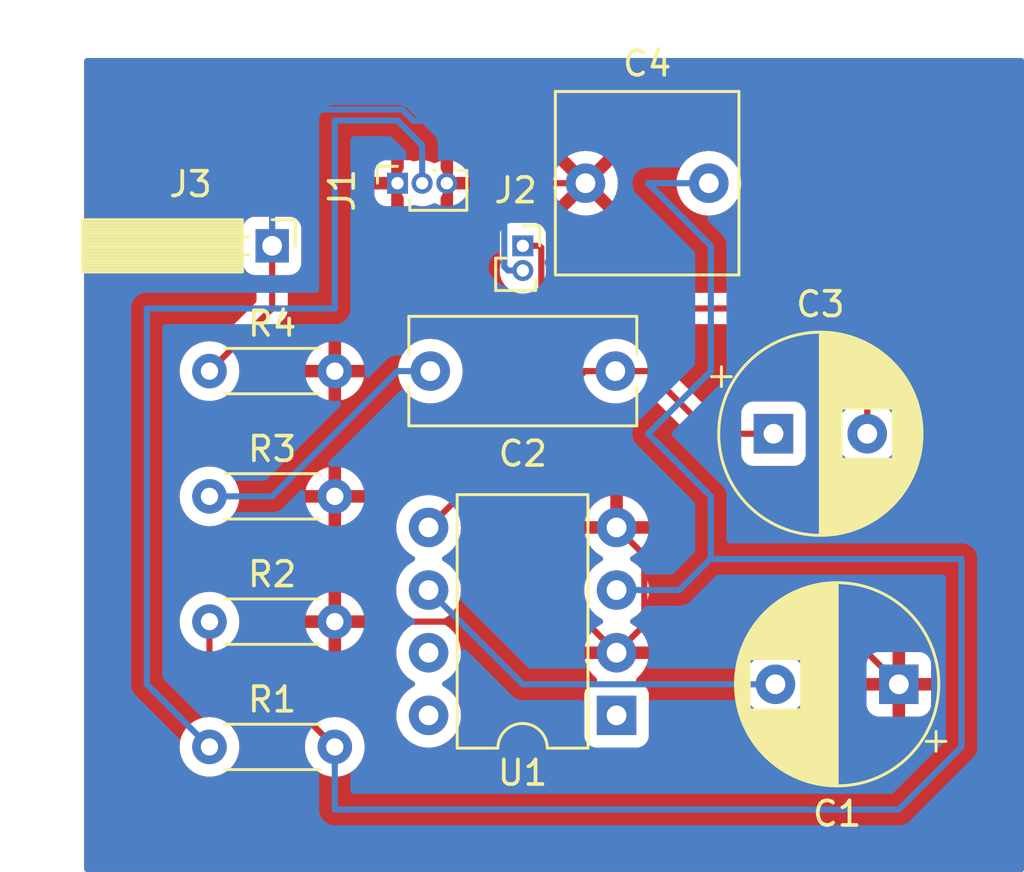
<source format=kicad_pcb>
(kicad_pcb (version 20211014) (generator pcbnew)
  (layers (0 "F.Cu" signal) (31 "B.Cu" signal) (34 "B.Paste" user) (35 "F.Paste" user) (36 "B.SilkS" user "B.Silkscreen") (37 "F.SilkS" user "F.Silkscreen") (38 "B.Mask" user) (39 "F.Mask" user) (44 "Edge.Cuts" user))
  (net 0 "")
  (net 1 "GND")
  (net 2 "Net-(C1-Pad2)")
  (net 3 "Net-(C2-Pad1)")
  (net 4 "Net-(C2-Pad2)")
  (net 5 "Net-(C3-Pad2)")
  (net 6 "Net-(C4-Pad2)")
  (net 7 "Net-(J1-Pad2)")
  (net 8 "Net-(J2-Pad2)")
  (footprint "Resistor_THT:R_Axial_DIN0204_L3.6mm_D1.6mm_P5.08mm_Horizontal" (layer "F.Cu") (at 104.14 93.98)
    (fp_text reference "R3" (at 2.54 -1.92) (layer "F.SilkS"))
    (fp_text value "15")
    (fp_line (start 0.62 -0.92) (end 4.46 -0.92) (layer "F.SilkS") (width 0.12))
    (fp_line (start 0.62 0.92) (end 4.46 0.92) (layer "F.SilkS") (width 0.12))
    (pad "1" thru_hole circle (at 0 0) (size 1.4 1.4) (drill 0.7) (layers *.Cu *.Mask) (net 4 "Net-(C2-Pad2)"))
    (pad "2" thru_hole oval (at 5.08 0) (size 1.4 1.4) (drill 0.7) (layers *.Cu *.Mask) (net 1 "GND"))
  )
  (footprint "Capacitor_THT:C_Rect_L7.2mm_W7.2mm_P5.00mm_FKS2_FKP2_MKS2_MKP2" (layer "F.Cu") (at 119.38 81.28)
    (fp_text reference "C4" (at 2.5 -4.85) (layer "F.SilkS"))
    (fp_text value "1.33n")
    (fp_line (start -1.22 -3.72) (end 6.22 -3.72) (layer "F.SilkS") (width 0.12))
    (fp_line (start -1.22 3.72) (end 6.22 3.72) (layer "F.SilkS") (width 0.12))
    (fp_line (start 6.22 -3.72) (end 6.22 3.72) (layer "F.SilkS") (width 0.12))
    (fp_line (start -1.22 -3.72) (end -1.22 3.72) (layer "F.SilkS") (width 0.12))
    (pad "1" thru_hole circle (at 0 0) (size 1.6 1.6) (drill 0.8) (layers *.Cu *.Mask) (net 1 "GND"))
    (pad "2" thru_hole circle (at 5 0) (size 1.6 1.6) (drill 0.8) (layers *.Cu *.Mask) (net 6 "Net-(C4-Pad2)"))
  )
  (footprint "Package_DIP:DIP-8_W7.62mm" (layer "F.Cu") (at 120.64 102.86 180)
    (fp_text reference "U1" (at 3.81 -2.33) (layer "F.SilkS"))
    (fp_text value "LM386")
    (fp_line (start 1.16 -1.33) (end 1.16 8.95) (layer "F.SilkS") (width 0.12))
    (fp_line (start 6.46 8.95) (end 6.46 -1.33) (layer "F.SilkS") (width 0.12))
    (fp_line (start 2.81 -1.33) (end 1.16 -1.33) (layer "F.SilkS") (width 0.12))
    (fp_line (start 1.16 8.95) (end 6.46 8.95) (layer "F.SilkS") (width 0.12))
    (fp_line (start 6.46 -1.33) (end 4.81 -1.33) (layer "F.SilkS") (width 0.12))
    (fp_arc (start 4.81 -1.33) (mid 3.81 -0.33) (end 2.81 -1.33) (layer "F.SilkS") (width 0.12))
    (pad "1" thru_hole rect (at 0 0 180) (size 1.6 1.6) (drill 0.8) (layers *.Cu *.Mask))
    (pad "2" thru_hole oval (at 0 2.54 180) (size 1.6 1.6) (drill 0.8) (layers *.Cu *.Mask) (net 1 "GND"))
    (pad "3" thru_hole oval (at 0 5.08 180) (size 1.6 1.6) (drill 0.8) (layers *.Cu *.Mask) (net 6 "Net-(C4-Pad2)"))
    (pad "4" thru_hole oval (at 0 7.62 180) (size 1.6 1.6) (drill 0.8) (layers *.Cu *.Mask) (net 1 "GND"))
    (pad "5" thru_hole oval (at 7.62 7.62 180) (size 1.6 1.6) (drill 0.8) (layers *.Cu *.Mask) (net 3 "Net-(C2-Pad1)"))
    (pad "6" thru_hole oval (at 7.62 5.08 180) (size 1.6 1.6) (drill 0.8) (layers *.Cu *.Mask) (net 2 "Net-(C1-Pad2)"))
    (pad "7" thru_hole oval (at 7.62 2.54 180) (size 1.6 1.6) (drill 0.8) (layers *.Cu *.Mask))
    (pad "8" thru_hole oval (at 7.62 0 180) (size 1.6 1.6) (drill 0.8) (layers *.Cu *.Mask))
  )
  (footprint "Connector_PinSocket_1.00mm:PinSocket_1x02_P1.00mm_Vertical" (layer "F.Cu") (at 116.84 83.82)
    (fp_text reference "J2" (at -0.29 -2.25) (layer "F.SilkS"))
    (fp_text value "Conn_01x02_Female")
    (fp_line (start -1.1 0.5) (end -0.685 0.5) (layer "F.SilkS") (width 0.12))
    (fp_line (start 0.685 -0.81) (end 0.685 0) (layer "F.SilkS") (width 0.12))
    (fp_line (start -1.1 0.5) (end -1.1 1.81) (layer "F.SilkS") (width 0.12))
    (fp_line (start 0.52 1.445898) (end 0.52 1.81) (layer "F.SilkS") (width 0.12))
    (fp_line (start 0 -0.81) (end 0.685 -0.81) (layer "F.SilkS") (width 0.12))
    (fp_line (start -1.1 1.81) (end 0.52 1.81) (layer "F.SilkS") (width 0.12))
    (pad "1" thru_hole rect (at 0 0) (size 0.85 0.85) (drill 0.5) (layers *.Cu *.Mask) (net 5 "Net-(C3-Pad2)"))
    (pad "2" thru_hole oval (at 0 1) (size 0.85 0.85) (drill 0.5) (layers *.Cu *.Mask) (net 8 "Net-(J2-Pad2)"))
  )
  (footprint "Connector_PinSocket_2.00mm:PinSocket_1x01_P2.00mm_Horizontal" (layer "F.Cu") (at 106.68 83.82)
    (fp_text reference "J3" (at -3.31 -2.5) (layer "F.SilkS"))
    (fp_text value "Conn_01x01_Female")
    (fp_line (start -7.68 0.942352) (end -1.21 0.942352) (layer "F.SilkS") (width 0.12))
    (fp_line (start -1.21 -1.06) (end -1.21 1.06) (layer "F.SilkS") (width 0.12))
    (fp_line (start -7.68 0.824705) (end -1.21 0.824705) (layer "F.SilkS") (width 0.12))
    (fp_line (start -7.68 -1.06) (end -1.21 -1.06) (layer "F.SilkS") (width 0.12))
    (fp_line (start 0.935 -1.06) (end 0.935 0) (layer "F.SilkS") (width 0.12))
    (fp_line (start -7.68 1.06) (end -1.21 1.06) (layer "F.SilkS") (width 0.12))
    (fp_line (start -7.68 -0.587059) (end -1.21 -0.587059) (layer "F.SilkS") (width 0.12))
    (fp_line (start -1.21 -0.36) (end -0.935 -0.36) (layer "F.SilkS") (width 0.12))
    (fp_line (start -7.68 0.23647) (end -1.21 0.23647) (layer "F.SilkS") (width 0.12))
    (fp_line (start 0 -1.06) (end 0.935 -1.06) (layer "F.SilkS") (width 0.12))
    (fp_line (start -7.68 0.471764) (end -1.21 0.471764) (layer "F.SilkS") (width 0.12))
    (fp_line (start -7.68 -0.351765) (end -1.21 -0.351765) (layer "F.SilkS") (width 0.12))
    (fp_line (start -7.68 -1.06) (end -7.68 1.06) (layer "F.SilkS") (width 0.12))
    (fp_line (start -7.68 -0.469412) (end -1.21 -0.469412) (layer "F.SilkS") (width 0.12))
    (fp_line (start -7.68 -0.704706) (end -1.21 -0.704706) (layer "F.SilkS") (width 0.12))
    (fp_line (start -7.68 -0.94) (end -1.21 -0.94) (layer "F.SilkS") (width 0.12))
    (fp_line (start -7.68 0.118823) (end -1.21 0.118823) (layer "F.SilkS") (width 0.12))
    (fp_line (start -7.68 -0.234118) (end -1.21 -0.234118) (layer "F.SilkS") (width 0.12))
    (fp_line (start -7.68 0.707058) (end -1.21 0.707058) (layer "F.SilkS") (width 0.12))
    (fp_line (start -7.68 0.001176) (end -1.21 0.001176) (layer "F.SilkS") (width 0.12))
    (fp_line (start -7.68 0.354117) (end -1.21 0.354117) (layer "F.SilkS") (width 0.12))
    (fp_line (start -7.68 0.589411) (end -1.21 0.589411) (layer "F.SilkS") (width 0.12))
    (fp_line (start -7.68 -0.822353) (end -1.21 -0.822353) (layer "F.SilkS") (width 0.12))
    (fp_line (start -1.21 0.36) (end -0.935 0.36) (layer "F.SilkS") (width 0.12))
    (fp_line (start -7.68 -0.116471) (end -1.21 -0.116471) (layer "F.SilkS") (width 0.12))
    (pad "1" thru_hole rect (at 0 0) (size 1.35 1.35) (drill 0.8) (layers *.Cu *.Mask) (net 8 "Net-(J2-Pad2)"))
  )
  (footprint "Resistor_THT:R_Axial_DIN0204_L3.6mm_D1.6mm_P5.08mm_Horizontal" (layer "F.Cu") (at 104.14 99.06)
    (fp_text reference "R2" (at 2.54 -1.92) (layer "F.SilkS"))
    (fp_text value "6000")
    (fp_line (start 0.62 -0.92) (end 4.46 -0.92) (layer "F.SilkS") (width 0.12))
    (fp_line (start 0.62 0.92) (end 4.46 0.92) (layer "F.SilkS") (width 0.12))
    (pad "1" thru_hole circle (at 0 0) (size 1.4 1.4) (drill 0.7) (layers *.Cu *.Mask) (net 6 "Net-(C4-Pad2)"))
    (pad "2" thru_hole oval (at 5.08 0) (size 1.4 1.4) (drill 0.7) (layers *.Cu *.Mask) (net 1 "GND"))
  )
  (footprint "Capacitor_THT:C_Rect_L9.0mm_W4.2mm_P7.50mm_MKT" (layer "F.Cu") (at 120.59 88.9 180)
    (fp_text reference "C2" (at 3.75 -3.35) (layer "F.SilkS"))
    (fp_text value "47n")
    (fp_line (start -0.87 0.665) (end -0.87 2.22) (layer "F.SilkS") (width 0.12))
    (fp_line (start -0.87 -2.22) (end -0.87 -0.665) (layer "F.SilkS") (width 0.12))
    (fp_line (start 8.37 0.665) (end 8.37 2.22) (layer "F.SilkS") (width 0.12))
    (fp_line (start 8.37 -2.22) (end 8.37 -0.665) (layer "F.SilkS") (width 0.12))
    (fp_line (start -0.87 2.22) (end 8.37 2.22) (layer "F.SilkS") (width 0.12))
    (fp_line (start -0.87 -2.22) (end 8.37 -2.22) (layer "F.SilkS") (width 0.12))
    (pad "1" thru_hole circle (at 0 0 180) (size 1.6 1.6) (drill 0.8) (layers *.Cu *.Mask) (net 3 "Net-(C2-Pad1)"))
    (pad "2" thru_hole circle (at 7.5 0 180) (size 1.6 1.6) (drill 0.8) (layers *.Cu *.Mask) (net 4 "Net-(C2-Pad2)"))
  )
  (footprint "Capacitor_THT:CP_Radial_D8.0mm_P3.80mm" (layer "F.Cu") (at 127 91.44)
    (fp_text reference "C3" (at 1.9 -5.25) (layer "F.SilkS"))
    (fp_text value "150n")
    (fp_line (start 4.821 1.04) (end 4.821 2.867) (layer "F.SilkS") (width 0.12))
    (fp_line (start 4.421 -3.22) (end 4.421 -1.04) (layer "F.SilkS") (width 0.12))
    (fp_line (start 2.901 -3.957) (end 2.901 -1.04) (layer "F.SilkS") (width 0.12))
    (fp_line (start 4.821 -2.867) (end 4.821 -1.04) (layer "F.SilkS") (width 0.12))
    (fp_line (start 2.981 1.04) (end 2.981 3.936) (layer "F.SilkS") (width 0.12))
    (fp_line (start 2.821 1.04) (end 2.821 3.976) (layer "F.SilkS") (width 0.12))
    (fp_line (start 3.061 -3.914) (end 3.061 -1.04) (layer "F.SilkS") (width 0.12))
    (fp_line (start 2.34 -4.057) (end 2.34 4.057) (layer "F.SilkS") (width 0.12))
    (fp_line (start 4.861 -2.826) (end 4.861 2.826) (layer "F.SilkS") (width 0.12))
    (fp_line (start 3.541 1.04) (end 3.541 3.74) (layer "F.SilkS") (width 0.12))
    (fp_line (start 4.621 -3.055) (end 4.621 -1.04) (layer "F.SilkS") (width 0.12))
    (fp_line (start 2.38 -4.052) (end 2.38 4.052) (layer "F.SilkS") (width 0.12))
    (fp_line (start -2.109698 -2.715) (end -2.109698 -1.915) (layer "F.SilkS") (width 0.12))
    (fp_line (start 2.701 -4.002) (end 2.701 4.002) (layer "F.SilkS") (width 0.12))
    (fp_line (start 2.42 -4.048) (end 2.42 4.048) (layer "F.SilkS") (width 0.12))
    (fp_line (start 2.14 -4.074) (end 2.14 4.074) (layer "F.SilkS") (width 0.12))
    (fp_line (start 4.621 1.04) (end 4.621 3.055) (layer "F.SilkS") (width 0.12))
    (fp_line (start 4.741 1.04) (end 4.741 2.945) (layer "F.SilkS") (width 0.12))
    (fp_line (start 3.581 -3.722) (end 3.581 -1.04) (layer "F.SilkS") (width 0.12))
    (fp_line (start 3.101 1.04) (end 3.101 3.902) (layer "F.SilkS") (width 0.12))
    (fp_line (start 3.421 1.04) (end 3.421 3.79) (layer "F.SilkS") (width 0.12))
    (fp_line (start 5.181 -2.454) (end 5.181 2.454) (layer "F.SilkS") (width 0.12))
    (fp_line (start 2.861 -3.967) (end 2.861 -1.04) (layer "F.SilkS") (width 0.12))
    (fp_line (start 2.621 -4.017) (end 2.621 4.017) (layer "F.SilkS") (width 0.12))
    (fp_line (start 4.701 -2.983) (end 4.701 -1.04) (layer "F.SilkS") (width 0.12))
    (fp_line (start 4.021 1.04) (end 4.021 3.493) (layer "F.SilkS") (width 0.12))
    (fp_line (start 5.941 -0.768) (end 5.941 0.768) (layer "F.SilkS") (width 0.12))
    (fp_line (start 5.021 -2.651) (end 5.021 2.651) (layer "F.SilkS") (width 0.12))
    (fp_line (start 2.781 1.04) (end 2.781 3.985) (layer "F.SilkS") (width 0.12))
    (fp_line (start 3.741 -3.647) (end 3.741 -1.04) (layer "F.SilkS") (width 0.12))
    (fp_line (start 3.541 -3.74) (end 3.541 -1.04) (layer "F.SilkS") (width 0.12))
    (fp_line (start 2.1 -4.076) (end 2.1 4.076) (layer "F.SilkS") (width 0.12))
    (fp_line (start 4.781 -2.907) (end 4.781 -1.04) (layer "F.SilkS") (width 0.12))
    (fp_line (start 2.3 -4.061) (end 2.3 4.061) (layer "F.SilkS") (width 0.12))
    (fp_line (start 4.141 -3.418) (end 4.141 -1.04) (layer "F.SilkS") (width 0.12))
    (fp_line (start 4.341 -3.28) (end 4.341 -1.04) (layer "F.SilkS") (width 0.12))
    (fp_line (start 2.5 -4.037) (end 2.5 4.037) (layer "F.SilkS") (width 0.12))
    (fp_line (start 3.861 1.04) (end 3.861 3.584) (layer "F.SilkS") (width 0.12))
    (fp_line (start 4.541 1.04) (end 4.541 3.124) (layer "F.SilkS") (width 0.12))
    (fp_line (start 3.781 1.04) (end 3.781 3.627) (layer "F.SilkS") (width 0.12))
    (fp_line (start 4.461 1.04) (end 4.461 3.189) (layer "F.SilkS") (width 0.12))
    (fp_line (start 4.541 -3.124) (end 4.541 -1.04) (layer "F.SilkS") (width 0.12))
    (fp_line (start 4.261 -3.338) (end 4.261 -1.04) (layer "F.SilkS") (width 0.12))
    (fp_line (start 2.781 -3.985) (end 2.781 -1.04) (layer "F.SilkS") (width 0.12))
    (fp_line (start 3.461 1.04) (end 3.461 3.774) (layer "F.SilkS") (width 0.12))
    (fp_line (start 3.501 1.04) (end 3.501 3.757) (layer "F.SilkS") (width 0.12))
    (fp_line (start 3.501 -3.757) (end 3.501 -1.04) (layer "F.SilkS") (width 0.12))
    (fp_line (start 4.341 1.04) (end 4.341 3.28) (layer "F.SilkS") (width 0.12))
    (fp_line (start 4.661 -3.019) (end 4.661 -1.04) (layer "F.SilkS") (width 0.12))
    (fp_line (start 5.981 -0.533) (end 5.981 0.533) (layer "F.SilkS") (width 0.12))
    (fp_line (start 2.941 1.04) (end 2.941 3.947) (layer "F.SilkS") (width 0.12))
    (fp_line (start 4.701 1.04) (end 4.701 2.983) (layer "F.SilkS") (width 0.12))
    (fp_line (start 4.461 -3.189) (end 4.461 -1.04) (layer "F.SilkS") (width 0.12))
    (fp_line (start 5.461 -2.034) (end 5.461 2.034) (layer "F.SilkS") (width 0.12))
    (fp_line (start 5.621 -1.731) (end 5.621 1.731) (layer "F.SilkS") (width 0.12))
    (fp_line (start 4.141 1.04) (end 4.141 3.418) (layer "F.SilkS") (width 0.12))
    (fp_line (start 4.501 1.04) (end 4.501 3.156) (layer "F.SilkS") (width 0.12))
    (fp_line (start 2.26 -4.065) (end 2.26 4.065) (layer "F.SilkS") (width 0.12))
    (fp_line (start 5.421 -2.102) (end 5.421 2.102) (layer "F.SilkS") (width 0.12))
    (fp_line (start 3.341 -3.821) (end 3.341 -1.04) (layer "F.SilkS") (width 0.12))
    (fp_line (start 4.221 -3.365) (end 4.221 -1.04) (layer "F.SilkS") (width 0.12))
    (fp_line (start 5.061 -2.604) (end 5.061 2.604) (layer "F.SilkS") (width 0.12))
    (fp_line (start 5.901 -0.948) (end 5.901 0.948) (layer "F.SilkS") (width 0.12))
    (fp_line (start 5.661 -1.645) (end 5.661 1.645) (layer "F.SilkS") (width 0.12))
    (fp_line (start 5.581 -1.813) (end 5.581 1.813) (layer "F.SilkS") (width 0.12))
    (fp_line (start 3.221 1.04) (end 3.221 3.863) (layer "F.SilkS") (width 0.12))
    (fp_line (start 2.18 -4.071) (end 2.18 4.071) (layer "F.SilkS") (width 0.12))
    (fp_line (start 3.061 1.04) (end 3.061 3.914) (layer "F.SilkS") (width 0.12))
    (fp_line (start 3.181 1.04) (end 3.181 3.877) (layer "F.SilkS") (width 0.12))
    (fp_line (start 5.141 -2.505) (end 5.141 2.505) (layer "F.SilkS") (width 0.12))
    (fp_line (start 4.301 1.04) (end 4.301 3.309) (layer "F.SilkS") (width 0.12))
    (fp_line (start 3.141 1.04) (end 3.141 3.889) (layer "F.SilkS") (width 0.12))
    (fp_line (start 5.341 -2.228) (end 5.341 2.228) (layer "F.SilkS") (width 0.12))
    (fp_line (start 3.341 1.04) (end 3.341 3.821) (layer "F.SilkS") (width 0.12))
    (fp_line (start 3.021 -3.925) (end 3.021 -1.04) (layer "F.SilkS") (width 0.12))
    (fp_line (start 5.261 -2.345) (end 5.261 2.345) (layer "F.SilkS") (width 0.12))
    (fp_line (start 3.301 1.04) (end 3.301 3.835) (layer "F.SilkS") (width 0.12))
    (fp_line (start 2.861 1.04) (end 2.861 3.967) (layer "F.SilkS") (width 0.12))
    (fp_line (start 3.861 -3.584) (end 3.861 -1.04) (layer "F.SilkS") (width 0.12))
    (fp_line (start 5.741 -1.453) (end 5.741 1.453) (layer "F.SilkS") (width 0.12))
    (fp_line (start 5.541 -1.89) (end 5.541 1.89) (layer "F.SilkS") (width 0.12))
    (fp_line (start 4.581 -3.09) (end 4.581 -1.04) (layer "F.SilkS") (width 0.12))
    (fp_line (start 3.261 1.04) (end 3.261 3.85) (layer "F.SilkS") (width 0.12))
    (fp_line (start 4.581 1.04) (end 4.581 3.09) (layer "F.SilkS") (width 0.12))
    (fp_line (start 2.981 -3.936) (end 2.981 -1.04) (layer "F.SilkS") (width 0.12))
    (fp_line (start 2.22 -4.068) (end 2.22 4.068) (layer "F.SilkS") (width 0.12))
    (fp_line (start 5.861 -1.098) (end 5.861 1.098) (layer "F.SilkS") (width 0.12))
    (fp_line (start 5.501 -1.964) (end 5.501 1.964) (layer "F.SilkS") (width 0.12))
    (fp_line (start 4.901 -2.784) (end 4.901 2.784) (layer "F.SilkS") (width 0.12))
    (fp_line (start 3.941 1.04) (end 3.941 3.54) (layer "F.SilkS") (width 0.12))
    (fp_line (start 2.741 -3.994) (end 2.741 3.994) (layer "F.SilkS") (width 0.12))
    (fp_line (start 3.421 -3.79) (end 3.421 -1.04) (layer "F.SilkS") (width 0.12))
    (fp_line (start 5.821 -1.229) (end 5.821 1.229) (layer "F.SilkS") (width 0.12))
    (fp_line (start 5.701 -1.552) (end 5.701 1.552) (layer "F.SilkS") (width 0.12))
    (fp_line (start 3.301 -3.835) (end 3.301 -1.04) (layer "F.SilkS") (width 0.12))
    (fp_line (start -2.509698 -2.315) (end -1.709698 -2.315) (layer "F.SilkS") (width 0.12))
    (fp_line (start 3.621 -3.704) (end 3.621 -1.04) (layer "F.SilkS") (width 0.12))
    (fp_line (start 4.381 1.04) (end 4.381 3.25) (layer "F.SilkS") (width 0.12))
    (fp_line (start 4.981 -2.697) (end 4.981 2.697) (layer "F.SilkS") (width 0.12))
    (fp_line (start 4.061 -3.469) (end 4.061 -1.04) (layer "F.SilkS") (width 0.12))
    (fp_line (start 3.621 1.04) (end 3.621 3.704) (layer "F.SilkS") (width 0.12))
    (fp_line (start 3.101 -3.902) (end 3.101 -1.04) (layer "F.SilkS") (width 0.12))
    (fp_line (start 3.821 1.04) (end 3.821 3.606) (layer "F.SilkS") (width 0.12))
    (fp_line (start 5.381 -2.166) (end 5.381 2.166) (layer "F.SilkS") (width 0.12))
    (fp_line (start 4.781 1.04) (end 4.781 2.907) (layer "F.SilkS") (width 0.12))
    (fp_line (start 4.101 1.04) (end 4.101 3.444) (layer "F.SilkS") (width 0.12))
    (fp_line (start 4.301 -3.309) (end 4.301 -1.04) (layer "F.SilkS") (width 0.12))
    (fp_line (start 4.941 -2.741) (end 4.941 2.741) (layer "F.SilkS") (width 0.12))
    (fp_line (start 5.221 -2.4) (end 5.221 2.4) (layer "F.SilkS") (width 0.12))
    (fp_line (start 3.381 1.04) (end 3.381 3.805) (layer "F.SilkS") (width 0.12))
    (fp_line (start 5.301 -2.287) (end 5.301 2.287) (layer "F.SilkS") (width 0.12))
    (fp_line (start 4.381 -3.25) (end 4.381 -1.04) (layer "F.SilkS") (width 0.12))
    (fp_line (start 2.02 -4.079) (end 2.02 4.079) (layer "F.SilkS") (width 0.12))
    (fp_line (start 3.461 -3.774) (end 3.461 -1.04) (layer "F.SilkS") (width 0.12))
    (fp_line (start 4.181 -3.392) (end 4.181 -1.04) (layer "F.SilkS") (width 0.12))
    (fp_line (start 1.98 -4.08) (end 1.98 4.08) (layer "F.SilkS") (width 0.12))
    (fp_line (start 2.06 -4.077) (end 2.06 4.077) (layer "F.SilkS") (width 0.12))
    (fp_line (start 3.821 -3.606) (end 3.821 -1.04) (layer "F.SilkS") (width 0.12))
    (fp_line (start 3.901 1.04) (end 3.901 3.562) (layer "F.SilkS") (width 0.12))
    (fp_line (start 2.58 -4.024) (end 2.58 4.024) (layer "F.SilkS") (width 0.12))
    (fp_line (start 2.46 -4.042) (end 2.46 4.042) (layer "F.SilkS") (width 0.12))
    (fp_line (start 2.54 -4.03) (end 2.54 4.03) (layer "F.SilkS") (width 0.12))
    (fp_line (start 3.781 -3.627) (end 3.781 -1.04) (layer "F.SilkS") (width 0.12))
    (fp_line (start 4.741 -2.945) (end 4.741 -1.04) (layer "F.SilkS") (width 0.12))
    (fp_line (start 3.701 -3.666) (end 3.701 -1.04) (layer "F.SilkS") (width 0.12))
    (fp_line (start 1.94 -4.08) (end 1.94 4.08) (layer "F.SilkS") (width 0.12))
    (fp_line (start 4.061 1.04) (end 4.061 3.469) (layer "F.SilkS") (width 0.12))
    (fp_line (start 3.021 1.04) (end 3.021 3.925) (layer "F.SilkS") (width 0.12))
    (fp_line (start 4.181 1.04) (end 4.181 3.392) (layer "F.SilkS") (width 0.12))
    (fp_line (start 2.941 -3.947) (end 2.941 -1.04) (layer "F.SilkS") (width 0.12))
    (fp_line (start 5.101 -2.556) (end 5.101 2.556) (layer "F.SilkS") (width 0.12))
    (fp_line (start 3.701 1.04) (end 3.701 3.666) (layer "F.SilkS") (width 0.12))
    (fp_line (start 3.941 -3.54) (end 3.941 -1.04) (layer "F.SilkS") (width 0.12))
    (fp_line (start 4.501 -3.156) (end 4.501 -1.04) (layer "F.SilkS") (width 0.12))
    (fp_line (start 4.661 1.04) (end 4.661 3.019) (layer "F.SilkS") (width 0.12))
    (fp_line (start 3.261 -3.85) (end 3.261 -1.04) (layer "F.SilkS") (width 0.12))
    (fp_line (start 4.101 -3.444) (end 4.101 -1.04) (layer "F.SilkS") (width 0.12))
    (fp_line (start 3.981 1.04) (end 3.981 3.517) (layer "F.SilkS") (width 0.12))
    (fp_line (start 4.261 1.04) (end 4.261 3.338) (layer "F.SilkS") (width 0.12))
    (fp_line (start 3.741 1.04) (end 3.741 3.647) (layer "F.SilkS") (width 0.12))
    (fp_line (start 4.221 1.04) (end 4.221 3.365) (layer "F.SilkS") (width 0.12))
    (fp_line (start 1.9 -4.08) (end 1.9 4.08) (layer "F.SilkS") (width 0.12))
    (fp_line (start 5.781 -1.346) (end 5.781 1.346) (layer "F.SilkS") (width 0.12))
    (fp_line (start 3.981 -3.517) (end 3.981 -1.04) (layer "F.SilkS") (width 0.12))
    (fp_line (start 2.821 -3.976) (end 2.821 -1.04) (layer "F.SilkS") (width 0.12))
    (fp_line (start 3.381 -3.805) (end 3.381 -1.04) (layer "F.SilkS") (width 0.12))
    (fp_line (start 2.661 -4.01) (end 2.661 4.01) (layer "F.SilkS") (width 0.12))
    (fp_line (start 3.901 -3.562) (end 3.901 -1.04) (layer "F.SilkS") (width 0.12))
    (fp_line (start 3.181 -3.877) (end 3.181 -1.04) (layer "F.SilkS") (width 0.12))
    (fp_line (start 3.141 -3.889) (end 3.141 -1.04) (layer "F.SilkS") (width 0.12))
    (fp_line (start 3.661 1.04) (end 3.661 3.686) (layer "F.SilkS") (width 0.12))
    (fp_line (start 3.581 1.04) (end 3.581 3.722) (layer "F.SilkS") (width 0.12))
    (fp_line (start 3.661 -3.686) (end 3.661 -1.04) (layer "F.SilkS") (width 0.12))
    (fp_line (start 2.901 1.04) (end 2.901 3.957) (layer "F.SilkS") (width 0.12))
    (fp_line (start 4.421 1.04) (end 4.421 3.22) (layer "F.SilkS") (width 0.12))
    (fp_line (start 4.021 -3.493) (end 4.021 -1.04) (layer "F.SilkS") (width 0.12))
    (fp_line (start 3.221 -3.863) (end 3.221 -1.04) (layer "F.SilkS") (width 0.12))
    (fp_circle (center 1.9 0) (end 6.02 0) (layer "F.SilkS") (width 0.12) (fill none))
    (pad "1" thru_hole rect (at 0 0) (size 1.6 1.6) (drill 0.8) (layers *.Cu *.Mask) (net 3 "Net-(C2-Pad1)"))
    (pad "2" thru_hole circle (at 3.8 0) (size 1.6 1.6) (drill 0.8) (layers *.Cu *.Mask) (net 5 "Net-(C3-Pad2)"))
  )
  (footprint "Resistor_THT:R_Axial_DIN0204_L3.6mm_D1.6mm_P5.08mm_Horizontal" (layer "F.Cu") (at 104.14 88.9)
    (fp_text reference "R4" (at 2.54 -1.92) (layer "F.SilkS"))
    (fp_text value "1")
    (fp_line (start 0.62 -0.92) (end 4.46 -0.92) (layer "F.SilkS") (width 0.12))
    (fp_line (start 0.62 0.92) (end 4.46 0.92) (layer "F.SilkS") (width 0.12))
    (pad "1" thru_hole circle (at 0 0) (size 1.4 1.4) (drill 0.7) (layers *.Cu *.Mask) (net 8 "Net-(J2-Pad2)"))
    (pad "2" thru_hole oval (at 5.08 0) (size 1.4 1.4) (drill 0.7) (layers *.Cu *.Mask) (net 1 "GND"))
  )
  (footprint "Connector_PinSocket_1.00mm:PinSocket_1x03_P1.00mm_Vertical" (layer "F.Cu") (at 111.76 81.28 90)
    (fp_text reference "J1" (at -0.29 -2.25 90) (layer "F.SilkS"))
    (fp_text value "Conn_01x03_Female")
    (fp_line (start 0.52 2.445898) (end 0.52 2.81) (layer "F.SilkS") (width 0.12))
    (fp_line (start 0 -0.81) (end 0.685 -0.81) (layer "F.SilkS") (width 0.12))
    (fp_line (start 0.52 1.445898) (end 0.52 1.554102) (layer "F.SilkS") (width 0.12))
    (fp_line (start 0.685 -0.81) (end 0.685 0) (layer "F.SilkS") (width 0.12))
    (fp_line (start -1.1 2.81) (end 0.52 2.81) (layer "F.SilkS") (width 0.12))
    (fp_line (start -1.1 0.5) (end -0.685 0.5) (layer "F.SilkS") (width 0.12))
    (fp_line (start -1.1 0.5) (end -1.1 2.81) (layer "F.SilkS") (width 0.12))
    (pad "1" thru_hole rect (at 0 0 90) (size 0.85 0.85) (drill 0.5) (layers *.Cu *.Mask) (net 1 "GND"))
    (pad "2" thru_hole oval (at 0 1 90) (size 0.85 0.85) (drill 0.5) (layers *.Cu *.Mask) (net 7 "Net-(J1-Pad2)"))
    (pad "3" thru_hole oval (at 0 2 90) (size 0.85 0.85) (drill 0.5) (layers *.Cu *.Mask) (net 1 "GND"))
  )
  (footprint "Resistor_THT:R_Axial_DIN0204_L3.6mm_D1.6mm_P5.08mm_Horizontal" (layer "F.Cu") (at 104.14 104.14)
    (fp_text reference "R1" (at 2.54 -1.92) (layer "F.SilkS"))
    (fp_text value "147000")
    (fp_line (start 0.62 0.92) (end 4.46 0.92) (layer "F.SilkS") (width 0.12))
    (fp_line (start 0.62 -0.92) (end 4.46 -0.92) (layer "F.SilkS") (width 0.12))
    (pad "1" thru_hole circle (at 0 0) (size 1.4 1.4) (drill 0.7) (layers *.Cu *.Mask) (net 7 "Net-(J1-Pad2)"))
    (pad "2" thru_hole oval (at 5.08 0) (size 1.4 1.4) (drill 0.7) (layers *.Cu *.Mask) (net 6 "Net-(C4-Pad2)"))
  )
  (footprint "Capacitor_THT:CP_Radial_D8.0mm_P5.00mm" (layer "F.Cu") (at 132.08 101.6 180)
    (fp_text reference "C1" (at 2.5 -5.25) (layer "F.SilkS"))
    (fp_text value "100u")
    (fp_line (start 2.82 -4.068) (end 2.82 4.068) (layer "F.SilkS") (width 0.12))
    (fp_line (start 5.821 1.04) (end 5.821 2.4) (layer "F.SilkS") (width 0.12))
    (fp_line (start 3.541 -3.947) (end 3.541 3.947) (layer "F.SilkS") (width 0.12))
    (fp_line (start 2.7 -4.076) (end 2.7 4.076) (layer "F.SilkS") (width 0.12))
    (fp_line (start 5.661 1.04) (end 5.661 2.604) (layer "F.SilkS") (width 0.12))
    (fp_line (start 5.941 -2.228) (end 5.941 -1.04) (layer "F.SilkS") (width 0.12))
    (fp_line (start 4.101 -3.757) (end 4.101 -1.04) (layer "F.SilkS") (width 0.12))
    (fp_line (start 6.381 -1.346) (end 6.381 1.346) (layer "F.SilkS") (width 0.12))
    (fp_line (start 3.261 -4.01) (end 3.261 4.01) (layer "F.SilkS") (width 0.12))
    (fp_line (start 3.741 -3.889) (end 3.741 3.889) (layer "F.SilkS") (width 0.12))
    (fp_line (start 5.341 -2.945) (end 5.341 -1.04) (layer "F.SilkS") (width 0.12))
    (fp_line (start 4.741 -3.418) (end 4.741 -1.04) (layer "F.SilkS") (width 0.12))
    (fp_line (start 3.981 -3.805) (end 3.981 -1.04) (layer "F.SilkS") (width 0.12))
    (fp_line (start 5.381 -2.907) (end 5.381 -1.04) (layer "F.SilkS") (width 0.12))
    (fp_line (start 4.821 1.04) (end 4.821 3.365) (layer "F.SilkS") (width 0.12))
    (fp_line (start 6.541 -0.768) (end 6.541 0.768) (layer "F.SilkS") (width 0.12))
    (fp_line (start 3.781 -3.877) (end 3.781 3.877) (layer "F.SilkS") (width 0.12))
    (fp_line (start 3.18 -4.024) (end 3.18 4.024) (layer "F.SilkS") (width 0.12))
    (fp_line (start 6.421 -1.229) (end 6.421 1.229) (layer "F.SilkS") (width 0.12))
    (fp_line (start 2.54 -4.08) (end 2.54 4.08) (layer "F.SilkS") (width 0.12))
    (fp_line (start 5.621 1.04) (end 5.621 2.651) (layer "F.SilkS") (width 0.12))
    (fp_line (start 6.141 -1.89) (end 6.141 1.89) (layer "F.SilkS") (width 0.12))
    (fp_line (start 5.461 -2.826) (end 5.461 -1.04) (layer "F.SilkS") (width 0.12))
    (fp_line (start 5.701 1.04) (end 5.701 2.556) (layer "F.SilkS") (width 0.12))
    (fp_line (start 5.141 1.04) (end 5.141 3.124) (layer "F.SilkS") (width 0.12))
    (fp_line (start 5.261 1.04) (end 5.261 3.019) (layer "F.SilkS") (width 0.12))
    (fp_line (start 4.021 -3.79) (end 4.021 -1.04) (layer "F.SilkS") (width 0.12))
    (fp_line (start 5.021 1.04) (end 5.021 3.22) (layer "F.SilkS") (width 0.12))
    (fp_line (start 5.701 -2.556) (end 5.701 -1.04) (layer "F.SilkS") (width 0.12))
    (fp_line (start 2.66 -4.077) (end 2.66 4.077) (layer "F.SilkS") (width 0.12))
    (fp_line (start 4.901 1.04) (end 4.901 3.309) (layer "F.SilkS") (width 0.12))
    (fp_line (start 2.5 -4.08) (end 2.5 4.08) (layer "F.SilkS") (width 0.12))
    (fp_line (start 2.74 -4.074) (end 2.74 4.074) (layer "F.SilkS") (width 0.12))
    (fp_line (start 4.621 -3.493) (end 4.621 -1.04) (layer "F.SilkS") (width 0.12))
    (fp_line (start 6.061 -2.034) (end 6.061 2.034) (layer "F.SilkS") (width 0.12))
    (fp_line (start 3.821 -3.863) (end 3.821 3.863) (layer "F.SilkS") (width 0.12))
    (fp_line (start 3.981 1.04) (end 3.981 3.805) (layer "F.SilkS") (width 0.12))
    (fp_line (start 5.581 -2.697) (end 5.581 -1.04) (layer "F.SilkS") (width 0.12))
    (fp_line (start 2.58 -4.08) (end 2.58 4.08) (layer "F.SilkS") (width 0.12))
    (fp_line (start 4.421 -3.606) (end 4.421 -1.04) (layer "F.SilkS") (width 0.12))
    (fp_line (start 2.98 -4.052) (end 2.98 4.052) (layer "F.SilkS") (width 0.12))
    (fp_line (start 5.181 1.04) (end 5.181 3.09) (layer "F.SilkS") (width 0.12))
    (fp_line (start 4.541 -3.54) (end 4.541 -1.04) (layer "F.SilkS") (width 0.12))
    (fp_line (start 3.02 -4.048) (end 3.02 4.048) (layer "F.SilkS") (width 0.12))
    (fp_line (start 4.781 -3.392) (end 4.781 -1.04) (layer "F.SilkS") (width 0.12))
    (fp_line (start 3.06 -4.042) (end 3.06 4.042) (layer "F.SilkS") (width 0.12))
    (fp_line (start 4.141 -3.74) (end 4.141 -1.04) (layer "F.SilkS") (width 0.12))
    (fp_line (start 5.221 1.04) (end 5.221 3.055) (layer "F.SilkS") (width 0.12))
    (fp_line (start 6.021 1.04) (end 6.021 2.102) (layer "F.SilkS") (width 0.12))
    (fp_line (start 5.421 1.04) (end 5.421 2.867) (layer "F.SilkS") (width 0.12))
    (fp_line (start 3.461 -3.967) (end 3.461 3.967) (layer "F.SilkS") (width 0.12))
    (fp_line (start 6.021 -2.102) (end 6.021 -1.04) (layer "F.SilkS") (width 0.12))
    (fp_line (start 5.941 1.04) (end 5.941 2.228) (layer "F.SilkS") (width 0.12))
    (fp_line (start 5.421 -2.867) (end 5.421 -1.04) (layer "F.SilkS") (width 0.12))
    (fp_line (start 5.901 1.04) (end 5.901 2.287) (layer "F.SilkS") (width 0.12))
    (fp_line (start 5.581 1.04) (end 5.581 2.697) (layer "F.SilkS") (width 0.12))
    (fp_line (start 6.221 -1.731) (end 6.221 1.731) (layer "F.SilkS") (width 0.12))
    (fp_line (start 5.781 -2.454) (end 5.781 -1.04) (layer "F.SilkS") (width 0.12))
    (fp_line (start 2.62 -4.079) (end 2.62 4.079) (layer "F.SilkS") (width 0.12))
    (fp_line (start 4.501 -3.562) (end 4.501 -1.04) (layer "F.SilkS") (width 0.12))
    (fp_line (start 6.181 -1.813) (end 6.181 1.813) (layer "F.SilkS") (width 0.12))
    (fp_line (start 4.461 -3.584) (end 4.461 -1.04) (layer "F.SilkS") (width 0.12))
    (fp_line (start 3.14 -4.03) (end 3.14 4.03) (layer "F.SilkS") (width 0.12))
    (fp_line (start 4.301 -3.666) (end 4.301 -1.04) (layer "F.SilkS") (width 0.12))
    (fp_line (start 2.9 -4.061) (end 2.9 4.061) (layer "F.SilkS") (width 0.12))
    (fp_line (start 5.861 1.04) (end 5.861 2.345) (layer "F.SilkS") (width 0.12))
    (fp_line (start 4.701 -3.444) (end 4.701 -1.04) (layer "F.SilkS") (width 0.12))
    (fp_line (start 4.861 -3.338) (end 4.861 -1.04) (layer "F.SilkS") (width 0.12))
    (fp_line (start 3.381 -3.985) (end 3.381 3.985) (layer "F.SilkS") (width 0.12))
    (fp_line (start 4.941 -3.28) (end 4.941 -1.04) (layer "F.SilkS") (width 0.12))
    (fp_line (start 4.701 1.04) (end 4.701 3.444) (layer "F.SilkS") (width 0.12))
    (fp_line (start 4.261 1.04) (end 4.261 3.686) (layer "F.SilkS") (width 0.12))
    (fp_line (start 6.461 -1.098) (end 6.461 1.098) (layer "F.SilkS") (width 0.12))
    (fp_line (start 5.141 -3.124) (end 5.141 -1.04) (layer "F.SilkS") (width 0.12))
    (fp_line (start 5.021 -3.22) (end 5.021 -1.04) (layer "F.SilkS") (width 0.12))
    (fp_line (start 4.821 -3.365) (end 4.821 -1.04) (layer "F.SilkS") (width 0.12))
    (fp_line (start 4.661 -3.469) (end 4.661 -1.04) (layer "F.SilkS") (width 0.12))
    (fp_line (start 5.221 -3.055) (end 5.221 -1.04) (layer "F.SilkS") (width 0.12))
    (fp_line (start 4.101 1.04) (end 4.101 3.757) (layer "F.SilkS") (width 0.12))
    (fp_line (start 4.341 1.04) (end 4.341 3.647) (layer "F.SilkS") (width 0.12))
    (fp_line (start 4.581 -3.517) (end 4.581 -1.04) (layer "F.SilkS") (width 0.12))
    (fp_line (start 4.541 1.04) (end 4.541 3.54) (layer "F.SilkS") (width 0.12))
    (fp_line (start 6.261 -1.645) (end 6.261 1.645) (layer "F.SilkS") (width 0.12))
    (fp_line (start 3.861 -3.85) (end 3.861 3.85) (layer "F.SilkS") (width 0.12))
    (fp_line (start -1.509698 -2.715) (end -1.509698 -1.915) (layer "F.SilkS") (width 0.12))
    (fp_line (start 4.781 1.04) (end 4.781 3.392) (layer "F.SilkS") (width 0.12))
    (fp_line (start 4.301 1.04) (end 4.301 3.666) (layer "F.SilkS") (width 0.12))
    (fp_line (start 5.181 -3.09) (end 5.181 -1.04) (layer "F.SilkS") (width 0.12))
    (fp_line (start 5.461 1.04) (end 5.461 2.826) (layer "F.SilkS") (width 0.12))
    (fp_line (start 6.501 -0.948) (end 6.501 0.948) (layer "F.SilkS") (width 0.12))
    (fp_line (start 2.94 -4.057) (end 2.94 4.057) (layer "F.SilkS") (width 0.12))
    (fp_line (start 4.061 1.04) (end 4.061 3.774) (layer "F.SilkS") (width 0.12))
    (fp_line (start 5.501 -2.784) (end 5.501 -1.04) (layer "F.SilkS") (width 0.12))
    (fp_line (start 4.381 1.04) (end 4.381 3.627) (layer "F.SilkS") (width 0.12))
    (fp_line (start 6.301 -1.552) (end 6.301 1.552) (layer "F.SilkS") (width 0.12))
    (fp_line (start 5.301 1.04) (end 5.301 2.983) (layer "F.SilkS") (width 0.12))
    (fp_line (start 5.101 1.04) (end 5.101 3.156) (layer "F.SilkS") (width 0.12))
    (fp_line (start 5.381 1.04) (end 5.381 2.907) (layer "F.SilkS") (width 0.12))
    (fp_line (start 3.501 -3.957) (end 3.501 3.957) (layer "F.SilkS") (width 0.12))
    (fp_line (start 3.621 -3.925) (end 3.621 3.925) (layer "F.SilkS") (width 0.12))
    (fp_line (start 3.701 -3.902) (end 3.701 3.902) (layer "F.SilkS") (width 0.12))
    (fp_line (start 4.621 1.04) (end 4.621 3.493) (layer "F.SilkS") (width 0.12))
    (fp_line (start 3.341 -3.994) (end 3.341 3.994) (layer "F.SilkS") (width 0.12))
    (fp_line (start 4.901 -3.309) (end 4.901 -1.04) (layer "F.SilkS") (width 0.12))
    (fp_line (start 3.221 -4.017) (end 3.221 4.017) (layer "F.SilkS") (width 0.12))
    (fp_line (start 5.341 1.04) (end 5.341 2.945) (layer "F.SilkS") (width 0.12))
    (fp_line (start 6.101 -1.964) (end 6.101 1.964) (layer "F.SilkS") (width 0.12))
    (fp_line (start 5.301 -2.983) (end 5.301 -1.04) (layer "F.SilkS") (width 0.12))
    (fp_line (start 5.541 -2.741) (end 5.541 -1.04) (layer "F.SilkS") (width 0.12))
    (fp_line (start 4.021 1.04) (end 4.021 3.79) (layer "F.SilkS") (width 0.12))
    (fp_line (start 3.1 -4.037) (end 3.1 4.037) (layer "F.SilkS") (width 0.12))
    (fp_line (start 5.981 1.04) (end 5.981 2.166) (layer "F.SilkS") (width 0.12))
    (fp_line (start 4.341 -3.647) (end 4.341 -1.04) (layer "F.SilkS") (width 0.12))
    (fp_line (start 4.141 1.04) (end 4.141 3.74) (layer "F.SilkS") (width 0.12))
    (fp_line (start 3.581 -3.936) (end 3.581 3.936) (layer "F.SilkS") (width 0.12))
    (fp_line (start 5.781 1.04) (end 5.781 2.454) (layer "F.SilkS") (width 0.12))
    (fp_line (start 5.661 -2.604) (end 5.661 -1.04) (layer "F.SilkS") (width 0.12))
    (fp_line (start 4.981 -3.25) (end 4.981 -1.04) (layer "F.SilkS") (width 0.12))
    (fp_line (start 4.461 1.04) (end 4.461 3.584) (layer "F.SilkS") (width 0.12))
    (fp_line (start 4.221 1.04) (end 4.221 3.704) (layer "F.SilkS") (width 0.12))
    (fp_line (start 5.101 -3.156) (end 5.101 -1.04) (layer "F.SilkS") (width 0.12))
    (fp_line (start 4.221 -3.704) (end 4.221 -1.04) (layer "F.SilkS") (width 0.12))
    (fp_line (start 4.581 1.04) (end 4.581 3.517) (layer "F.SilkS") (width 0.12))
    (fp_line (start 3.901 -3.835) (end 3.901 3.835) (layer "F.SilkS") (width 0.12))
    (fp_line (start 6.341 -1.453) (end 6.341 1.453) (layer "F.SilkS") (width 0.12))
    (fp_line (start 5.741 1.04) (end 5.741 2.505) (layer "F.SilkS") (width 0.12))
    (fp_line (start 5.501 1.04) (end 5.501 2.784) (layer "F.SilkS") (width 0.12))
    (fp_line (start 3.421 -3.976) (end 3.421 3.976) (layer "F.SilkS") (width 0.12))
    (fp_line (start 3.301 -4.002) (end 3.301 4.002) (layer "F.SilkS") (width 0.12))
    (fp_line (start -1.909698 -2.315) (end -1.109698 -2.315) (layer "F.SilkS") (width 0.12))
    (fp_line (start 5.981 -2.166) (end 5.981 -1.04) (layer "F.SilkS") (width 0.12))
    (fp_line (start 5.901 -2.287) (end 5.901 -1.04) (layer "F.SilkS") (width 0.12))
    (fp_line (start 4.501 1.04) (end 4.501 3.562) (layer "F.SilkS") (width 0.12))
    (fp_line (start 4.661 1.04) (end 4.661 3.469) (layer "F.SilkS") (width 0.12))
    (fp_line (start 5.621 -2.651) (end 5.621 -1.04) (layer "F.SilkS") (width 0.12))
    (fp_line (start 5.261 -3.019) (end 5.261 -1.04) (layer "F.SilkS") (width 0.12))
    (fp_line (start 5.741 -2.505) (end 5.741 -1.04) (layer "F.SilkS") (width 0.12))
    (fp_line (start 3.941 -3.821) (end 3.941 3.821) (layer "F.SilkS") (width 0.12))
    (fp_line (start 4.741 1.04) (end 4.741 3.418) (layer "F.SilkS") (width 0.12))
    (fp_line (start 4.981 1.04) (end 4.981 3.25) (layer "F.SilkS") (width 0.12))
    (fp_line (start 4.381 -3.627) (end 4.381 -1.04) (layer "F.SilkS") (width 0.12))
    (fp_line (start 5.821 -2.4) (end 5.821 -1.04) (layer "F.SilkS") (width 0.12))
    (fp_line (start 2.86 -4.065) (end 2.86 4.065) (layer "F.SilkS") (width 0.12))
    (fp_line (start 4.861 1.04) (end 4.861 3.338) (layer "F.SilkS") (width 0.12))
    (fp_line (start 2.78 -4.071) (end 2.78 4.071) (layer "F.SilkS") (width 0.12))
    (fp_line (start 3.661 -3.914) (end 3.661 3.914) (layer "F.SilkS") (width 0.12))
    (fp_line (start 4.421 1.04) (end 4.421 3.606) (layer "F.SilkS") (width 0.12))
    (fp_line (start 5.061 1.04) (end 5.061 3.189) (layer "F.SilkS") (width 0.12))
    (fp_line (start 6.581 -0.533) (end 6.581 0.533) (layer "F.SilkS") (width 0.12))
    (fp_line (start 4.941 1.04) (end 4.941 3.28) (layer "F.SilkS") (width 0.12))
    (fp_line (start 5.541 1.04) (end 5.541 2.741) (layer "F.SilkS") (width 0.12))
    (fp_line (start 4.181 -3.722) (end 4.181 -1.04) (layer "F.SilkS") (width 0.12))
    (fp_line (start 4.261 -3.686) (end 4.261 -1.04) (layer "F.SilkS") (width 0.12))
    (fp_line (start 5.861 -2.345) (end 5.861 -1.04) (layer "F.SilkS") (width 0.12))
    (fp_line (start 5.061 -3.189) (end 5.061 -1.04) (layer "F.SilkS") (width 0.12))
    (fp_line (start 4.061 -3.774) (end 4.061 -1.04) (layer "F.SilkS") (width 0.12))
    (fp_line (start 4.181 1.04) (end 4.181 3.722) (layer "F.SilkS") (width 0.12))
    (fp_circle (center 2.5 0) (end 6.62 0) (layer "F.SilkS") (width 0.12) (fill none))
    (pad "1" thru_hole rect (at 0 0 180) (size 1.6 1.6) (drill 0.8) (layers *.Cu *.Mask) (net 1 "GND"))
    (pad "2" thru_hole circle (at 5 0 180) (size 1.6 1.6) (drill 0.8) (layers *.Cu *.Mask) (net 2 "Net-(C1-Pad2)"))
  )
  (segment (start 130.8 100.32) (end 120.64 100.32) (width 0.25) (layer "F.Cu") (net 1))
  (segment (start 121.764511 99.195489) (end 120.64 100.32) (width 0.25) (layer "F.Cu") (net 1))
  (segment (start 109.22 93.98) (end 109.22 88.9) (width 0.25) (layer "F.Cu") (net 1))
  (segment (start 109.22 99.06) (end 109.22 93.98) (width 0.25) (layer "F.Cu") (net 1))
  (segment (start 119.38 99.06) (end 120.64 100.32) (width 0.25) (layer "F.Cu") (net 1))
  (segment (start 132.08 101.6) (end 130.8 100.32) (width 0.25) (layer "F.Cu") (net 1))
  (segment (start 119.38 81.28) (end 113.76 81.28) (width 0.25) (layer "F.Cu") (net 1))
  (segment (start 121.764511 96.364511) (end 121.764511 99.195489) (width 0.25) (layer "F.Cu") (net 1))
  (segment (start 109.22 99.06) (end 119.38 99.06) (width 0.25) (layer "F.Cu") (net 1))
  (segment (start 120.64 95.24) (end 121.764511 96.364511) (width 0.25) (layer "F.Cu") (net 1))
  (segment (start 111.76 81.28) (end 109.22 81.28) (width 0.25) (layer "F.Cu") (net 1))
  (segment (start 109.22 83.82) (end 109.22 88.9) (width 0.25) (layer "F.Cu") (net 1))
  (segment (start 109.22 81.28) (end 109.22 83.82) (width 0.25) (layer "F.Cu") (net 1))
  (segment (start 127.08 101.6) (end 116.84 101.6) (width 0.25) (layer "B.Cu") (net 2))
  (segment (start 116.84 101.6) (end 113.02 97.78) (width 0.25) (layer "B.Cu") (net 2))
  (segment (start 120.59 88.9) (end 119.36 88.9) (width 0.25) (layer "F.Cu") (net 3))
  (segment (start 124.46 91.44) (end 127 91.44) (width 0.25) (layer "F.Cu") (net 3))
  (segment (start 119.36 88.9) (end 113.02 95.24) (width 0.25) (layer "F.Cu") (net 3))
  (segment (start 121.92 88.9) (end 124.46 91.44) (width 0.25) (layer "F.Cu") (net 3))
  (segment (start 120.59 88.9) (end 121.92 88.9) (width 0.25) (layer "F.Cu") (net 3))
  (segment (start 106.68 93.98) (end 111.76 88.9) (width 0.25) (layer "B.Cu") (net 4))
  (segment (start 111.76 88.9) (end 113.09 88.9) (width 0.25) (layer "B.Cu") (net 4))
  (segment (start 104.14 93.98) (end 106.68 93.98) (width 0.25) (layer "B.Cu") (net 4))
  (segment (start 117.589511 85.610489) (end 117.589511 83.894511) (width 0.25) (layer "F.Cu") (net 5))
  (segment (start 129.54 86.36) (end 116.84 86.36) (width 0.25) (layer "F.Cu") (net 5))
  (segment (start 116.84 86.36) (end 117.589511 85.610489) (width 0.25) (layer "F.Cu") (net 5))
  (segment (start 130.8 87.62) (end 129.54 86.36) (width 0.25) (layer "F.Cu") (net 5))
  (segment (start 117.515 83.82) (end 116.84 83.82) (width 0.25) (layer "F.Cu") (net 5))
  (segment (start 117.589511 83.894511) (end 117.515 83.82) (width 0.25) (layer "F.Cu") (net 5))
  (segment (start 130.8 91.44) (end 130.8 87.62) (width 0.25) (layer "F.Cu") (net 5))
  (segment (start 109.22 104.14) (end 106.68 101.6) (width 0.25) (layer "F.Cu") (net 6))
  (segment (start 106.68 101.6) (end 104.14 101.6) (width 0.25) (layer "F.Cu") (net 6))
  (segment (start 104.14 101.6) (end 104.14 99.06) (width 0.25) (layer "F.Cu") (net 6))
  (segment (start 124.46 93.98) (end 124.46 96.5) (width 0.25) (layer "B.Cu") (net 6))
  (segment (start 120.64 97.78) (end 123.18 97.78) (width 0.25) (layer "B.Cu") (net 6))
  (segment (start 134.62 104.14) (end 134.62 96.52) (width 0.25) (layer "B.Cu") (net 6))
  (segment (start 124.46 96.5) (end 123.18 97.78) (width 0.25) (layer "B.Cu") (net 6))
  (segment (start 109.22 106.68) (end 132.08 106.68) (width 0.25) (layer "B.Cu") (net 6))
  (segment (start 124.46 83.82) (end 124.46 88.9) (width 0.25) (layer "B.Cu") (net 6))
  (segment (start 121.92 91.44) (end 124.46 93.98) (width 0.25) (layer "B.Cu") (net 6))
  (segment (start 124.46 88.9) (end 121.92 91.44) (width 0.25) (layer "B.Cu") (net 6))
  (segment (start 132.08 106.68) (end 134.62 104.14) (width 0.25) (layer "B.Cu") (net 6))
  (segment (start 134.62 96.52) (end 124.46 96.52) (width 0.25) (layer "B.Cu") (net 6))
  (segment (start 124.38 81.28) (end 121.92 81.28) (width 0.25) (layer "B.Cu") (net 6))
  (segment (start 109.22 104.14) (end 109.22 106.68) (width 0.25) (layer "B.Cu") (net 6))
  (segment (start 121.92 81.28) (end 124.46 83.82) (width 0.25) (layer "B.Cu") (net 6))
  (segment (start 109.22 78.74) (end 111.76 78.74) (width 0.25) (layer "B.Cu") (net 7))
  (segment (start 101.6 101.6) (end 101.6 86.36) (width 0.25) (layer "B.Cu") (net 7))
  (segment (start 112.76 79.74) (end 112.76 81.28) (width 0.25) (layer "B.Cu") (net 7))
  (segment (start 101.6 86.36) (end 109.22 86.36) (width 0.25) (layer "B.Cu") (net 7))
  (segment (start 111.76 78.74) (end 112.76 79.74) (width 0.25) (layer "B.Cu") (net 7))
  (segment (start 104.14 104.14) (end 101.6 101.6) (width 0.25) (layer "B.Cu") (net 7))
  (segment (start 109.22 86.36) (end 109.22 78.74) (width 0.25) (layer "B.Cu") (net 7))
  (segment (start 106.68 86.36) (end 104.14 88.9) (width 0.25) (layer "F.Cu") (net 8))
  (segment (start 106.68 83.82) (end 106.68 86.36) (width 0.25) (layer "F.Cu") (net 8))
  (segment (start 107.12952 78.29048) (end 106.68 78.74) (width 0.25) (layer "B.Cu") (net 8))
  (segment (start 106.68 78.74) (end 106.68 83.82) (width 0.25) (layer "B.Cu") (net 8))
  (segment (start 111.946197 78.29048) (end 107.12952 78.29048) (width 0.25) (layer "B.Cu") (net 8))
  (segment (start 116.23896 84.82) (end 116.090489 84.671529) (width 0.25) (layer "B.Cu") (net 8))
  (segment (start 112.395718 78.74) (end 111.946197 78.29048) (width 0.25) (layer "B.Cu") (net 8))
  (segment (start 114.3 78.74) (end 112.395718 78.74) (width 0.25) (layer "B.Cu") (net 8))
  (segment (start 116.84 84.82) (end 116.23896 84.82) (width 0.25) (layer "B.Cu") (net 8))
  (segment (start 116.090489 80.530489) (end 114.3 78.74) (width 0.25) (layer "B.Cu") (net 8))
  (segment (start 116.090489 84.671529) (end 116.090489 80.530489) (width 0.25) (layer "B.Cu") (net 8))
  (zone (net 1) (net_name "GND") (layer "F.Cu") (connect_pads (clearance 0.508)) (min_thickness 0.254) (fill yes (thermal_gap 0.508) (thermal_bridge_width 0.508))
    (polygon (pts (xy 137.16 109.22) (xy 99.06 109.22) (xy 99.06 76.2) (xy 137.16 76.2)))
  )
  (zone (net 0) (net_name "") (layer "B.Cu") (connect_pads (clearance 0.508)) (min_thickness 0.254) (fill yes (thermal_gap 0.508) (thermal_bridge_width 0.508))
    (polygon (pts (xy 137.16 109.22) (xy 99.06 109.22) (xy 99.06 76.2) (xy 137.16 76.2)))
  )
)
</source>
